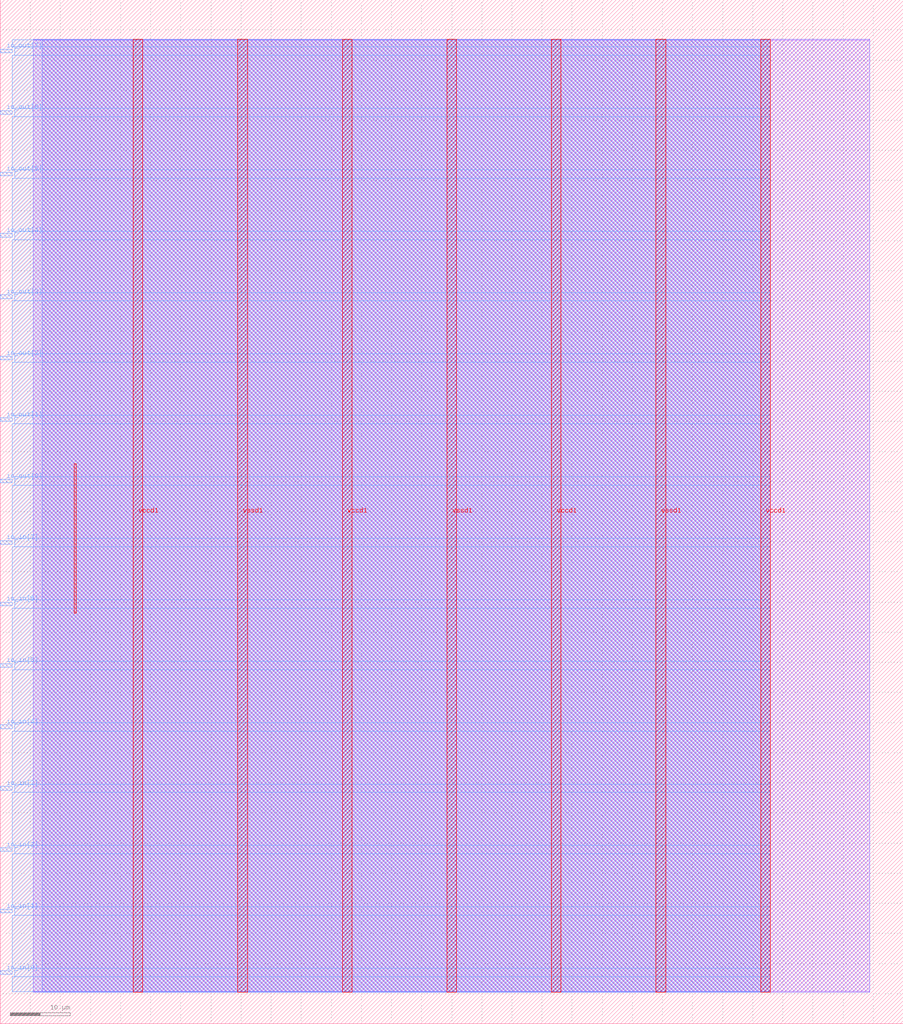
<source format=lef>
VERSION 5.7 ;
  NOWIREEXTENSIONATPIN ON ;
  DIVIDERCHAR "/" ;
  BUSBITCHARS "[]" ;
MACRO user_module_341277789473735250
  CLASS BLOCK ;
  FOREIGN user_module_341277789473735250 ;
  ORIGIN 0.000 0.000 ;
  SIZE 150.000 BY 170.000 ;
  PIN io_in[0]
    DIRECTION INPUT ;
    USE SIGNAL ;
    PORT
      LAYER met3 ;
        RECT 0.000 8.200 2.000 8.800 ;
    END
  END io_in[0]
  PIN io_in[1]
    DIRECTION INPUT ;
    USE SIGNAL ;
    PORT
      LAYER met3 ;
        RECT 0.000 18.400 2.000 19.000 ;
    END
  END io_in[1]
  PIN io_in[2]
    DIRECTION INPUT ;
    USE SIGNAL ;
    PORT
      LAYER met3 ;
        RECT 0.000 28.600 2.000 29.200 ;
    END
  END io_in[2]
  PIN io_in[3]
    DIRECTION INPUT ;
    USE SIGNAL ;
    PORT
      LAYER met3 ;
        RECT 0.000 38.800 2.000 39.400 ;
    END
  END io_in[3]
  PIN io_in[4]
    DIRECTION INPUT ;
    USE SIGNAL ;
    PORT
      LAYER met3 ;
        RECT 0.000 49.000 2.000 49.600 ;
    END
  END io_in[4]
  PIN io_in[5]
    DIRECTION INPUT ;
    USE SIGNAL ;
    PORT
      LAYER met3 ;
        RECT 0.000 59.200 2.000 59.800 ;
    END
  END io_in[5]
  PIN io_in[6]
    DIRECTION INPUT ;
    USE SIGNAL ;
    PORT
      LAYER met3 ;
        RECT 0.000 69.400 2.000 70.000 ;
    END
  END io_in[6]
  PIN io_in[7]
    DIRECTION INPUT ;
    USE SIGNAL ;
    PORT
      LAYER met3 ;
        RECT 0.000 79.600 2.000 80.200 ;
    END
  END io_in[7]
  PIN io_out[0]
    DIRECTION OUTPUT TRISTATE ;
    USE SIGNAL ;
    PORT
      LAYER met3 ;
        RECT 0.000 89.800 2.000 90.400 ;
    END
  END io_out[0]
  PIN io_out[1]
    DIRECTION OUTPUT TRISTATE ;
    USE SIGNAL ;
    PORT
      LAYER met3 ;
        RECT 0.000 100.000 2.000 100.600 ;
    END
  END io_out[1]
  PIN io_out[2]
    DIRECTION OUTPUT TRISTATE ;
    USE SIGNAL ;
    PORT
      LAYER met3 ;
        RECT 0.000 110.200 2.000 110.800 ;
    END
  END io_out[2]
  PIN io_out[3]
    DIRECTION OUTPUT TRISTATE ;
    USE SIGNAL ;
    PORT
      LAYER met3 ;
        RECT 0.000 120.400 2.000 121.000 ;
    END
  END io_out[3]
  PIN io_out[4]
    DIRECTION OUTPUT TRISTATE ;
    USE SIGNAL ;
    PORT
      LAYER met3 ;
        RECT 0.000 130.600 2.000 131.200 ;
    END
  END io_out[4]
  PIN io_out[5]
    DIRECTION OUTPUT TRISTATE ;
    USE SIGNAL ;
    PORT
      LAYER met3 ;
        RECT 0.000 140.800 2.000 141.400 ;
    END
  END io_out[5]
  PIN io_out[6]
    DIRECTION OUTPUT TRISTATE ;
    USE SIGNAL ;
    PORT
      LAYER met3 ;
        RECT 0.000 151.000 2.000 151.600 ;
    END
  END io_out[6]
  PIN io_out[7]
    DIRECTION OUTPUT TRISTATE ;
    USE SIGNAL ;
    PORT
      LAYER met3 ;
        RECT 0.000 161.200 2.000 161.800 ;
    END
  END io_out[7]
  PIN vccd1
    DIRECTION INOUT ;
    USE POWER ;
    PORT
      LAYER met4 ;
        RECT 22.090 5.200 23.690 163.440 ;
    END
    PORT
      LAYER met4 ;
        RECT 56.830 5.200 58.430 163.440 ;
    END
    PORT
      LAYER met4 ;
        RECT 91.570 5.200 93.170 163.440 ;
    END
    PORT
      LAYER met4 ;
        RECT 126.310 5.200 127.910 163.440 ;
    END
  END vccd1
  PIN vssd1
    DIRECTION INOUT ;
    USE GROUND ;
    PORT
      LAYER met4 ;
        RECT 39.460 5.200 41.060 163.440 ;
    END
    PORT
      LAYER met4 ;
        RECT 74.200 5.200 75.800 163.440 ;
    END
    PORT
      LAYER met4 ;
        RECT 108.940 5.200 110.540 163.440 ;
    END
  END vssd1
  OBS
      LAYER li1 ;
        RECT 5.520 5.355 144.440 163.285 ;
      LAYER met1 ;
        RECT 5.520 5.200 144.440 163.440 ;
      LAYER met2 ;
        RECT 6.990 5.255 127.880 163.385 ;
      LAYER met3 ;
        RECT 2.000 162.200 127.900 163.365 ;
        RECT 2.400 160.800 127.900 162.200 ;
        RECT 2.000 152.000 127.900 160.800 ;
        RECT 2.400 150.600 127.900 152.000 ;
        RECT 2.000 141.800 127.900 150.600 ;
        RECT 2.400 140.400 127.900 141.800 ;
        RECT 2.000 131.600 127.900 140.400 ;
        RECT 2.400 130.200 127.900 131.600 ;
        RECT 2.000 121.400 127.900 130.200 ;
        RECT 2.400 120.000 127.900 121.400 ;
        RECT 2.000 111.200 127.900 120.000 ;
        RECT 2.400 109.800 127.900 111.200 ;
        RECT 2.000 101.000 127.900 109.800 ;
        RECT 2.400 99.600 127.900 101.000 ;
        RECT 2.000 90.800 127.900 99.600 ;
        RECT 2.400 89.400 127.900 90.800 ;
        RECT 2.000 80.600 127.900 89.400 ;
        RECT 2.400 79.200 127.900 80.600 ;
        RECT 2.000 70.400 127.900 79.200 ;
        RECT 2.400 69.000 127.900 70.400 ;
        RECT 2.000 60.200 127.900 69.000 ;
        RECT 2.400 58.800 127.900 60.200 ;
        RECT 2.000 50.000 127.900 58.800 ;
        RECT 2.400 48.600 127.900 50.000 ;
        RECT 2.000 39.800 127.900 48.600 ;
        RECT 2.400 38.400 127.900 39.800 ;
        RECT 2.000 29.600 127.900 38.400 ;
        RECT 2.400 28.200 127.900 29.600 ;
        RECT 2.000 19.400 127.900 28.200 ;
        RECT 2.400 18.000 127.900 19.400 ;
        RECT 2.000 9.200 127.900 18.000 ;
        RECT 2.400 7.800 127.900 9.200 ;
        RECT 2.000 5.275 127.900 7.800 ;
      LAYER met4 ;
        RECT 12.255 68.175 12.585 92.985 ;
  END
END user_module_341277789473735250
END LIBRARY


</source>
